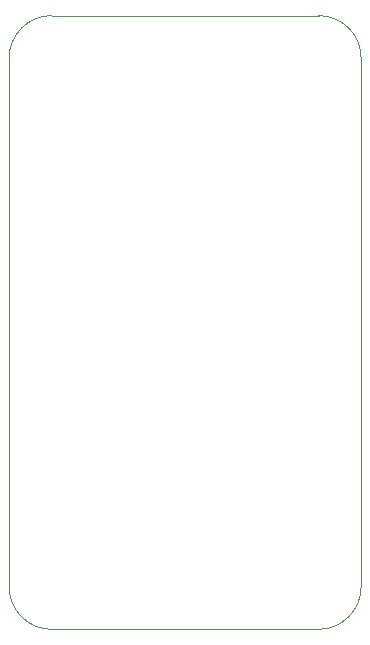
<source format=gm1>
G04 #@! TF.GenerationSoftware,KiCad,Pcbnew,(5.1.4)-1*
G04 #@! TF.CreationDate,2021-12-08T14:09:57-07:00*
G04 #@! TF.ProjectId,BreadBoard PS Variable,42726561-6442-46f6-9172-642050532056,2*
G04 #@! TF.SameCoordinates,Original*
G04 #@! TF.FileFunction,Profile,NP*
%FSLAX46Y46*%
G04 Gerber Fmt 4.6, Leading zero omitted, Abs format (unit mm)*
G04 Created by KiCad (PCBNEW (5.1.4)-1) date 2021-12-08 14:09:57*
%MOMM*%
%LPD*%
G04 APERTURE LIST*
%ADD10C,0.050000*%
G04 APERTURE END LIST*
D10*
X141122400Y-75679300D02*
X141122400Y-120434100D01*
X144805400Y-72072500D02*
X144729200Y-72072500D01*
X167322500Y-72072500D02*
X144805400Y-72072500D01*
X170929300Y-75831700D02*
X170929300Y-75679300D01*
X170929300Y-120434100D02*
X170929300Y-75831700D01*
X144843500Y-124040900D02*
X144729200Y-124040900D01*
X167322500Y-124040900D02*
X144843500Y-124040900D01*
X144729200Y-124040900D02*
G75*
G02X141122400Y-120434100I0J3606800D01*
G01*
X144729200Y-72072500D02*
G75*
G03X141122400Y-75679300I0J-3606800D01*
G01*
X170929300Y-75679300D02*
G75*
G03X167322500Y-72072500I-3606800J0D01*
G01*
X170929300Y-120434100D02*
G75*
G02X167322500Y-124040900I-3606800J0D01*
G01*
M02*

</source>
